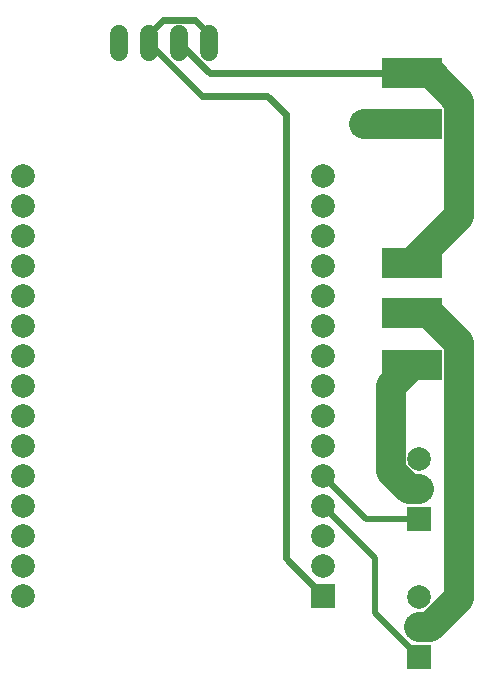
<source format=gbr>
G04 EAGLE Gerber RS-274X export*
G75*
%MOMM*%
%FSLAX34Y34*%
%LPD*%
%INTop Copper*%
%IPPOS*%
%AMOC8*
5,1,8,0,0,1.08239X$1,22.5*%
G01*
%ADD10C,2.000000*%
%ADD11R,2.000000X2.000000*%
%ADD12C,1.524000*%
%ADD13R,5.080000X2.540000*%
%ADD14C,0.508000*%
%ADD15R,1.905000X1.905000*%
%ADD16C,2.540000*%
%ADD17C,0.609600*%


D10*
X355804Y191800D03*
D11*
X355804Y166400D03*
D10*
X355804Y217200D03*
X355804Y74800D03*
D11*
X355804Y49400D03*
D10*
X355804Y100200D03*
D11*
X274600Y100850D03*
D10*
X274600Y126250D03*
X274600Y151650D03*
X274600Y177050D03*
X274600Y202450D03*
X274600Y227850D03*
X274600Y253250D03*
X274600Y278650D03*
X274600Y304050D03*
X274600Y329450D03*
X274600Y354850D03*
X274600Y380250D03*
X274600Y405650D03*
X274600Y431050D03*
X274600Y456450D03*
X20600Y100850D03*
X20600Y126250D03*
X20600Y151650D03*
X20600Y177050D03*
X20600Y202450D03*
X20600Y227850D03*
X20600Y253250D03*
X20600Y278650D03*
X20600Y304050D03*
X20600Y329450D03*
X20600Y354850D03*
X20600Y380250D03*
X20600Y405650D03*
X20600Y431050D03*
X20600Y456450D03*
D12*
X101600Y561500D02*
X101600Y576740D01*
X127000Y576740D02*
X127000Y561500D01*
X152400Y561500D02*
X152400Y576740D01*
X177800Y576740D02*
X177800Y561500D01*
D13*
X349579Y543330D03*
X349579Y500960D03*
X349579Y382860D03*
X349579Y296510D03*
X349579Y340320D03*
D14*
X355804Y166400D02*
X310650Y166400D01*
X274600Y202450D01*
X274600Y177050D02*
X318447Y133203D01*
X318447Y86757D01*
X355804Y49400D01*
D15*
X308939Y500380D03*
D16*
X309519Y500960D02*
X349579Y500960D01*
X309519Y500960D02*
X308939Y500380D01*
X349579Y340320D02*
X363985Y340320D01*
X389203Y315102D01*
X389203Y99341D01*
X364662Y74800D01*
X355804Y74800D01*
X331580Y278511D02*
X349579Y296510D01*
X331580Y278511D02*
X331580Y207166D01*
X346946Y191800D01*
X355804Y191800D01*
D17*
X274600Y100850D02*
X242570Y132880D01*
X177800Y569120D02*
X177800Y576740D01*
X165608Y588932D01*
X139192Y588932D01*
X127000Y576740D01*
X127000Y569120D01*
X171450Y524670D01*
X242570Y509191D02*
X242570Y132880D01*
X242570Y509191D02*
X227091Y524670D01*
X171450Y524670D01*
X178190Y543330D02*
X152400Y569120D01*
X178190Y543330D02*
X349579Y543330D01*
D16*
X365425Y543330D01*
X389203Y519552D01*
X389203Y422484D01*
X349579Y382860D01*
M02*

</source>
